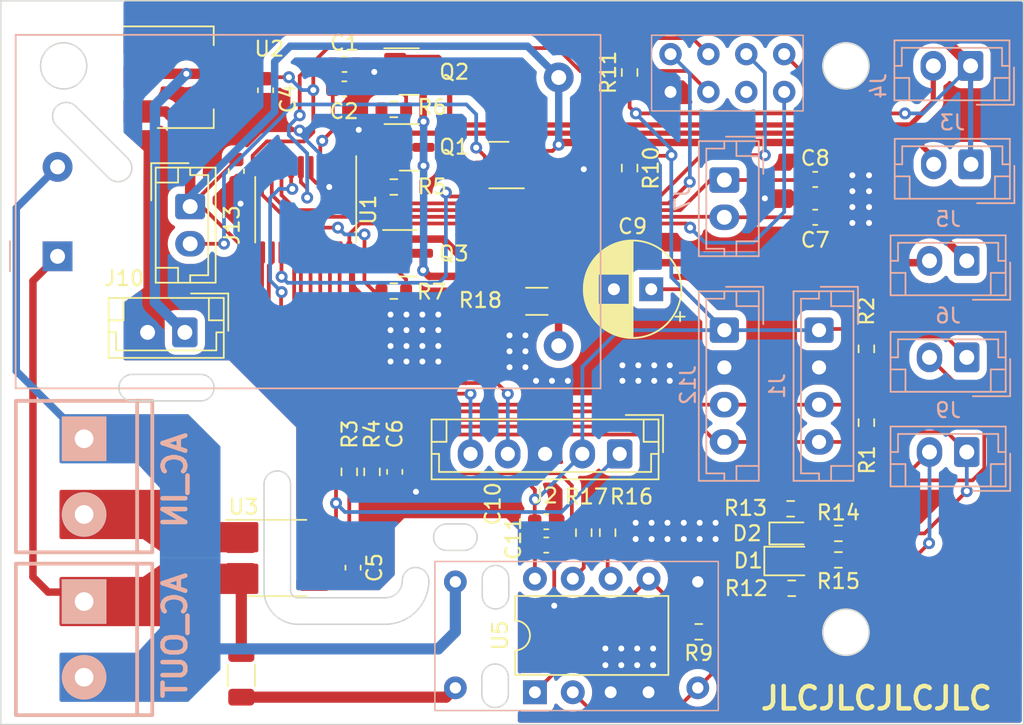
<source format=kicad_pcb>
(kicad_pcb (version 20221018) (generator pcbnew)
  (title_block (title "ESPIOT") (date "2024-04-24") (rev "3") (company "Emanuele Sormani"))
  (layers (0 "F.Cu" signal) (31 "B.Cu" signal) (34 "B.Paste" user) (35 "F.Paste" user) (36 "B.SilkS" user "B.Silkscreen") (37 "F.SilkS" user "F.Silkscreen") (38 "B.Mask" user) (39 "F.Mask" user) (44 "Edge.Cuts" user))
  (net 0 "")
  (net 1 "+3V3")
  (net 2 "GND")
  (net 3 "+5V")
  (net 4 "Net-(U3-FILTER)")
  (net 5 "ADC3")
  (net 6 "ADC2")
  (net 7 "ADC1")
  (net 8 "Net-(D1-A)")
  (net 9 "Net-(D2-A)")
  (net 10 "SCL")
  (net 11 "SDA")
  (net 12 "Net-(J3-Pin_2)")
  (net 13 "Net-(J4-Pin_2)")
  (net 14 "Net-(J5-Pin_2)")
  (net 15 "WKUP")
  (net 16 "Net-(J8-Pin_2)")
  (net 17 "LED2")
  (net 18 "LED1")
  (net 19 "Net-(Q1-G)")
  (net 20 "Net-(Q2-G)")
  (net 21 "Net-(Q3-G)")
  (net 22 "Net-(U3-VIOUT)")
  (net 23 "IO1")
  (net 24 "IO2")
  (net 25 "IO3")
  (net 26 "Net-(R8-Pad1)")
  (net 27 "Net-(U5A--)")
  (net 28 "Net-(U5B-+)")
  (net 29 "ESPNRST")
  (net 30 "Net-(U4-EN)")
  (net 31 "Net-(U5B--)")
  (net 32 "ADC4")
  (net 33 "ESPTX")
  (net 34 "ESPRX")
  (net 36 "STMNRST")
  (net 37 "SWCLK")
  (net 38 "SWDIO")
  (net 39 "AC2")
  (net 40 "AC1")
  (net 41 "Net-(J13-Pin_2)")
  (net 42 "GNDPWR")
  (footprint "Capacitor_SMD:C_0603_1608Metric" (layer "F.Cu") (at 138.574287 77.3938)
    (fp_text reference "C2")
    (fp_text value "4.7uF" hide)
  )
  (footprint "Capacitor_THT:CP_Radial_D6.3mm_P2.50mm" (layer "F.Cu") (at 159.148287 90.8304 180)
    (fp_text reference "C9")
    (fp_text value "220µF" hide)
  )
  (footprint "Package_TO_SOT_SMD:SOT-23" (layer "F.Cu") (at 148.937487 82.4992 180)
    (fp_text reference "Q4" hide)
    (fp_text value "AO3416" hide)
  )
  (footprint "Resistor_SMD:R_0603_1608Metric" (layer "F.Cu") (at 162.336487 113.8174 180)
    (fp_text reference "R9")
    (fp_text value "500R" hide)
  )
  (footprint "Capacitor_SMD:C_0603_1608Metric" (layer "F.Cu") (at 139.158487 109.5124 -90)
    (fp_text reference "C5")
    (fp_text value "1nF" hide)
  )
  (footprint "Resistor_SMD:R_0603_1608Metric" (layer "F.Cu") (at 154.627087 107.1626 90)
    (fp_text reference "R17")
    (fp_text value "1K" hide)
  )
  (footprint "Package_TO_SOT_SMD:SOT-23" (layer "F.Cu") (at 142.919987 76.2254)
    (fp_text reference "Q2")
    (fp_text value "AO3416" hide)
  )
  (footprint "Package_TO_SOT_SMD:SOT-23" (layer "F.Cu") (at 142.841487 88.4174)
    (fp_text reference "Q3")
    (fp_text value "AO3416" hide)
  )
  (footprint "Resistor_SMD:R_0603_1608Metric" (layer "F.Cu") (at 156.227287 107.1626 90)
    (fp_text reference "R16")
    (fp_text value "1K" hide)
  )
  (footprint "Capacitor_SMD:C_0603_1608Metric" (layer "F.Cu") (at 133.291087 77.483 -90)
    (fp_text reference "C4")
    (fp_text value "10uF" hide)
  )
  (footprint "Capacitor_SMD:C_0603_1608Metric" (layer "F.Cu") (at 141.952487 103.0862 -90)
    (fp_text reference "C6")
    (fp_text value "100nF" hide)
  )
  (footprint "LED_SMD:LED_0805_2012Metric" (layer "F.Cu") (at 168.416987 109.0676)
    (fp_text reference "D1")
    (fp_text value "LED" hide)
  )
  (footprint "Package_SO:SOIC-8_3.9x4.9mm_P1.27mm" (layer "F.Cu") (at 134.078487 108.8644)
    (fp_text reference "U3")
    (fp_text value "ACS712xLCTR-20A" hide)
  )
  (footprint "Resistor_SMD:R_0603_1608Metric" (layer "F.Cu") (at 141.889487 83.9724)
    (fp_text reference "R5")
    (fp_text value "1K" hide)
  )
  (footprint "Resistor_SMD:R_1206_3216Metric" (layer "F.Cu") (at 151.477487 91.6432 180)
    (fp_text reference "R18")
    (fp_text value "0R")
  )
  (footprint "LED_SMD:LED_0603_1608Metric" (layer "F.Cu") (at 168.558487 107.2134)
    (fp_text reference "D2")
    (fp_text value "LED" hide)
  )
  (footprint "Resistor_SMD:R_0603_1608Metric" (layer "F.Cu") (at 173.575487 99.7834 -90)
    (fp_text reference "R1")
    (fp_text value "4K7" hide)
  )
  (footprint "Resistor_SMD:R_0603_1608Metric" (layer "F.Cu") (at 157.700487 76.2884 90)
    (fp_text reference "R11")
    (fp_text value "4K7" hide)
  )
  (footprint "Package_TO_SOT_SMD:SOT-223-3_TabPin2" (layer "F.Cu") (at 127.906287 76.6064)
    (fp_text reference "U2")
    (fp_text value "AMS1117-3.3" hide)
  )
  (footprint "Capacitor_SMD:C_0603_1608Metric" (layer "F.Cu") (at 152.112487 107.9962)
    (fp_text reference "C11")
    (fp_text value "1µF" hide)
  )
  (footprint "Resistor_SMD:R_0603_1608Metric" (layer "F.Cu") (at 173.575487 94.8304 -90)
    (fp_text reference "R2")
    (fp_text value "4K7" hide)
  )
  (footprint "Connector_JST:JST_EH_B5B-EH-A_1x05_P2.50mm_Vertical" (layer "F.Cu") (at 157.032487 101.8794 180)
    (fp_text reference "J2")
    (fp_text value "PWR_SWD" hide)
  )
  (footprint "Resistor_SMD:R_0603_1608Metric" (layer "F.Cu") (at 168.571687 110.8964 180)
    (fp_text reference "R12")
    (fp_text value "10K" hide)
  )
  (footprint "Resistor_SMD:R_1206_3216Metric" (layer "F.Cu") (at 131.665487 116.7384 90)
    (fp_text reference "R8" hide)
    (fp_text value "250K" hide)
  )
  (footprint "Resistor_SMD:R_0603_1608Metric" (layer "F.Cu") (at 171.695987 107.2134 180)
    (fp_text reference "R14")
    (fp_text value "470R" hide)
  )
  (footprint "Capacitor_SMD:C_0603_1608Metric" (layer "F.Cu") (at 170.146487 83.4644)
    (fp_text reference "C8")
    (fp_text value "100nF" hide)
  )
  (footprint "Connector_JST:JST_EH_B2B-EH-A_1x02_P2.50mm_Vertical" (layer "F.Cu") (at 127.880887 93.726 180)
    (fp_text reference "J10")
    (fp_text value "3V3" hide)
  )
  (footprint "Capacitor_SMD:C_0603_1608Metric" (layer "F.Cu") (at 138.587287 75.7428)
    (fp_text reference "C1")
    (fp_text value "100nF" hide)
  )
  (footprint "Package_DIP:DIP-8_W7.62mm" (layer "F.Cu") (at 151.350487 117.8714 90)
    (fp_text reference "U5")
    (fp_text value "LM358" hide)
  )
  (footprint "Resistor_SMD:R_0603_1608Metric" (layer "F.Cu") (at 168.495487 105.5624 180)
    (fp_text reference "R13")
    (fp_text value "10K" hide)
  )
  (footprint "Resistor_SMD:R_0603_1608Metric" (layer "F.Cu") (at 140.428487 103.0864 -90)
    (fp_text reference "R4")
    (fp_text value "27K" hide)
  )
  (footprint "Package_TO_SOT_SMD:SOT-23" (layer "F.Cu") (at 142.938487 81.3104)
    (fp_text reference "Q1")
    (fp_text value "AO3416" hide)
  )
  (footprint "Resistor_SMD:R_0603_1608Metric" (layer "F.Cu") (at 157.700487 82.7024 -90)
    (fp_text reference "R10")
    (fp_text value "4K7" hide)
  )
  (footprint "Resistor_SMD:R_0603_1608Metric" (layer "F.Cu") (at 171.695987 108.9914 180)
    (fp_text reference "R15")
    (fp_text value "470R" hide)
  )
  (footprint "Connector_JST:JST_EH_B2B-EH-A_1x02_P2.50mm_Vertical" (layer "F.Cu") (at 128.236487 85.2824 -90)
    (fp_text reference "J13")
    (fp_text value "5V" hide)
  )
  (footprint "Capacitor_SMD:C_0603_1608Metric" (layer "F.Cu") (at 170.146487 86.0044)
    (fp_text reference "C7")
    (fp_text value "100nF" hide)
  )
  (footprint "Resistor_SMD:R_0603_1608Metric" (layer "F.Cu") (at 141.889487 78.7654)
    (fp_text reference "R6")
    (fp_text value "1K" hide)
  )
  (footprint "Package_SO:TSSOP-20_4.4x6.5mm_P0.65mm" (layer "F.Cu") (at 135.983487 85.4964 -90)
    (fp_text reference "U1")
    (fp_text value "STM32G030F6Px" hide)
  )
  (footprint "Capacitor_SMD:C_0603_1608Metric" (layer "F.Cu") (at 131.335287 82.9056 -90)
    (fp_text reference "C3" hide)
    (fp_text value "10uF" hide)
  )
  (footprint "Capacitor_SMD:C_0603_1608Metric" (layer "F.Cu") (at 152.112487 106.426)
    (fp_text reference "C10")
    (fp_text value "100nF" hide)
  )
  (footprint "Resistor_SMD:R_0603_1608Metric" (layer "F.Cu") (at 138.904487 103.0854 90)
    (fp_text reference "R3")
    (fp_text value "10K" hide)
  )
  (footprint "Resistor_SMD:R_0603_1608Metric" (layer "F.Cu") (at 141.889487 90.9574)
    (fp_text reference "R7")
    (fp_text value "1K" hide)
  )
  (footprint "power_symbols:esp-01s" (layer "B.Cu") (at 164.253687 78.867)
    (fp_text reference "U4" hide)
    (fp_text value "ESP8266-01_ESP-01" hide)
  )
  (footprint "Connector_JST:JST_EH_B2B-EH-A_1x02_P2.50mm_Vertical" (layer "B.Cu") (at 180.306487 95.4024 180)
    (fp_text reference "J6")
    (fp_text value "WKUP" hide)
  )
  (footprint "w_conn_screw:mors_2p" (layer "B.Cu") (at 121.124487 114.3254 -90)
    (fp_text reference "J11" hide)
    (fp_text value "AC_OUT")
  )
  (footprint "w_conn_screw:mors_2p" (layer "B.Cu") (at 121.124487 103.4034 -90)
    (fp_text reference "J8" hide)
    (fp_text value "AC_IN")
  )
  (footprint "Connector_JST:JST_EH_B4B-EH-A_1x04_P2.50mm_Vertical" (layer "B.Cu") (at 170.400487 93.5774 -90)
    (fp_text reference "J1")
    (fp_text value "I2C1" hide)
  )
  (footprint "Converter_ACDC:Converter_ACDC_HiLink_HLK-5Mxx" (layer "B.Cu") (at 119.346487 88.6234)
    (fp_text reference "PS1" hide)
    (fp_text value "HLK-5M05" hide)
  )
  (footprint "Connector_JST:JST_EH_B2B-EH-A_1x02_P2.50mm_Vertical" (layer "B.Cu") (at 180.306487 88.9254 180)
    (fp_text reference "J5")
    (fp_text value "SW3" hide)
  )
  (footprint "Connector_JST:JST_EH_B2B-EH-A_1x02_P2.50mm_Vertical" (layer "B.Cu") (at 180.306487 101.7524 180)
    (fp_text reference "J9")
    (fp_text value "LED_IO" hide)
  )
  (footprint "Connector_JST:JST_EH_B2B-EH-A_1x02_P2.50mm_Vertical" (layer "B.Cu") (at 180.560487 75.8444 180)
    (fp_text reference "J4")
    (fp_text value "SW2" hide)
  )
  (footprint "Connector_JST:JST_EH_B2B-EH-A_1x02_P2.50mm_Vertical" (layer "B.Cu") (at 180.585887 82.4484 180)
    (fp_text reference "J3")
    (fp_text value "SW1" hide)
  )
  (footprint "power_symbols:ZMPT107" (layer "B.Cu") (at 144.746487 119.0984)
    (fp_text reference "T1" hide)
    (fp_text value "~" hide)
  )
  (footprint "Connector_JST:JST_EH_B2B-EH-A_1x02_P2.50mm_Vertical" (layer "B.Cu") (at 164.050487 83.5044 -90)
    (fp_text reference "J7")
    (fp_text value "ADC" hide)
  )
  (footprint "Connector_JST:JST_EH_B4B-EH-A_1x04_P2.50mm_Vertical" (layer "B.Cu") (at 164.050487 93.5774 -90)
    (fp_text reference "J12")
    (fp_text value "I2C2" hide)
  )
  (gr_rect (start 115.536487 71.4756) (end 184.116487 120.0404) (stroke (width 0.1)) (fill none) (layer "Edge.Cuts"))
  (gr_arc (start 147.794487 116.8654) (mid 148.683487 115.9764) (end 149.572487 116.8654) (stroke (width 0.1)) (layer "Edge.Cuts"))
  (gr_circle (center 119.753487 75.8444) (end 121.303487 75.8444) (stroke (width 0.1)) (fill none) (layer "Edge.Cuts"))
  (gr_arc (start 135.475487 113.3094) (mid 133.859041 112.639846) (end 133.189487 111.0234) (stroke (width 0.1)) (layer "Edge.Cuts"))
  (gr_line (start 145.444987 106.5784) (end 146.587987 106.5784) (stroke (width 0.1)) (layer "Edge.Cuts"))
  (gr_line (start 133.189487 103.9114) (end 133.189487 111.0234) (stroke (width 0.1)) (layer "Edge.Cuts"))
  (gr_line (start 122.763906 83.351219) (end 119.270287 79.8576) (stroke (width 0.1)) (layer "Edge.Cuts"))
  (gr_line (start 149.597887 110.2487) (end 149.597887 111.3917) (stroke (width 0.1)) (layer "Edge.Cuts"))
  (gr_arc (start 128.947687 96.5454) (mid 129.836687 97.4344) (end 128.947687 98.3234) (stroke (width 0.1)) (layer "Edge.Cuts"))
  (gr_line (start 141.317487 111.5314) (end 135.475487 111.5314) (stroke (width 0.1)) (layer "Edge.Cuts"))
  (gr_line (start 145.444987 108.3564) (end 146.587987 108.3564) (stroke (width 0.1)) (layer "Edge.Cuts"))
  (gr_line (start 134.967487 111.0234) (end 134.967487 103.9114) (stroke (width 0.1)) (layer "Edge.Cuts"))
  (gr_arc (start 145.444987 108.3564) (mid 144.555987 107.4674) (end 145.444987 106.5784) (stroke (width 0.1)) (layer "Edge.Cuts"))
  (gr_arc (start 142.460487 110.3884) (mid 142.12571 111.196623) (end 141.317487 111.5314) (stroke (width 0.1)) (layer "Edge.Cuts"))
  (gr_circle (center 172.204487 75.8444) (end 173.754487 75.8444) (stroke (width 0.1)) (fill none) (layer "Edge.Cuts"))
  (gr_arc (start 124.061544 82.053581) (mid 124.061544 83.351219) (end 122.763906 83.351219) (stroke (width 0.1)) (layer "Edge.Cuts"))
  (gr_arc (start 142.460487 110.3884) (mid 143.349487 109.4994) (end 144.238487 110.3884) (stroke (width 0.1)) (layer "Edge.Cuts"))
  (gr_line (start 135.475487 113.3094) (end 141.317487 113.3094) (stroke (width 0.1)) (layer "Edge.Cuts"))
  (gr_arc (start 133.189487 103.9114) (mid 134.078487 103.0224) (end 134.967487 103.9114) (stroke (width 0.1)) (layer "Edge.Cuts"))
  (gr_arc (start 144.238487 110.3884) (mid 143.382946 112.453859) (end 141.317487 113.3094) (stroke (width 0.1)) (layer "Edge.Cuts"))
  (gr_arc (start 119.272525 79.8576) (mid 119.272525 78.559962) (end 120.570163 78.559962) (stroke (width 0.1)) (layer "Edge.Cuts"))
  (gr_line (start 147.819887 110.2487) (end 147.819887 111.3917) (stroke (width 0.1)) (layer "Edge.Cuts"))
  (gr_line (start 149.572487 116.8654) (end 149.572487 118.0084) (stroke (width 0.1)) (layer "Edge.Cuts"))
  (gr_line (start 120.570163 78.559962) (end 124.063782 82.053581) (stroke (width 0.1)) (layer "Edge.Cuts"))
  (gr_line (start 124.350287 98.3234) (end 128.947687 98.3234) (stroke (width 0.1)) (layer "Edge.Cuts"))
  (gr_circle (center 172.204487 113.8428) (end 173.754487 113.8428) (stroke (width 0.1)) (fill none) (layer "Edge.Cuts"))
  (gr_line (start 124.350287 96.5454) (end 128.947687 96.5454) (stroke (width 0.1)) (layer "Edge.Cuts"))
  (gr_arc (start 147.819887 110.2487) (mid 148.708887 109.3597) (end 149.597887 110.2487) (stroke (width 0.1)) (layer "Edge.Cuts"))
  (gr_arc (start 146.587987 106.5784) (mid 147.476987 107.4674) (end 146.587987 108.3564) (stroke (width 0.1)) (layer "Edge.Cuts"))
  (gr_arc (start 124.350287 98.3234) (mid 123.461287 97.4344) (end 124.350287 96.5454) (stroke (width 0.1)) (layer "Edge.Cuts"))
  (gr_arc (start 135.475487 111.5314) (mid 135.116277 111.38261) (end 134.967487 111.0234) (stroke (width 0.1)) (layer "Edge.Cuts"))
  (gr_arc (start 149.597887 111.3917) (mid 148.708887 112.2807) (end 147.819887 111.3917) (stroke (width 0.1)) (layer "Edge.Cuts"))
  (gr_arc (start 149.572487 118.0084) (mid 148.683487 118.8974) (end 147.794487 118.0084) (stroke (width 0.1)) (layer "Edge.Cuts"))
  (gr_line (start 147.794487 116.8654) (end 147.794487 118.0084) (stroke (width 0.1)) (layer "Edge.Cuts"))
  (gr_text "JLCJLCJLCJLC" (at 166.336487 119.1514) (layer "F.SilkS") (effects (font (size 1.5 1.5) (thickness 0.3) bold) (justify left bottom)))
  (segment (start 171.076887 79.0354) (end 170.273487 78.232) (width 0.25) (layer "F.Cu") (net 1))
  (segment (start 157.700487 78.6163) (end 158.119587 79.0354) (width 0.25) (layer "F.Cu") (net 1))
  (segment (start 137.812287 75.7428) (end 137.812287 77.3808) (width 0.25) (layer "F.Cu") (net 1))
  (segment (start 136.491487 77.47) (end 136.491487 76.2508) (width 0.25) (layer "F.Cu") (net 1))
  (segment (start 170.480487 93.4974) (end 170.400487 93.5774) (width 0.25) (layer "F.Cu") (net 1))
  (segment (start 173.575487 94.0054) (end 174.375487 94.8054) (width 0.25) (layer "F.Cu") (net 1))
  (segment (start 136.491487 76.2508) (end 136.999487 75.7428) (width 0.25) (layer "F.Cu") (net 1))
  (segment (start 127.982487 76.3778) (end 124.984887 76.3778) (width 0.7) (layer "F.Cu") (net 1))
  (segment (start 151.350487 104.2924) (end 151.350487 104.9274) (width 0.25) (layer "F.Cu") (net 1))
  (segment (start 138.494283 103.0732) (end 141.455435 103.0732) (width 0.25) (layer "F.Cu") (net 1))
  (segment (start 159.148287 90.8304) (end 161.303487 90.8304) (width 0.25) (layer "F.Cu") (net 1))
  (segment (start 136.999487 75.7428) (end 137.812287 75.7428) (width 0.25) (layer "F.Cu") (net 1))
  (segment (start 142.449539 103.0732) (end 144.033891 103.0732) (width 0.25) (layer "F.Cu") (net 1))
  (segment (start 151.337487 104.9404) (end 151.350487 104.9274) (width 0.25) (layer "F.Cu") (net 1))
  (segment (start 131.869087 76.708) (end 133.291087 76.708) (width 0.7) (layer "F.Cu") (net 1))
  (segment (start 174.375487 98.1584) (end 173.575487 98.9584) (width 0.25) (layer "F.Cu") (net 1))
  (segment (start 176.162479 79.0354) (end 171.076887 79.0354) (width 0.25) (layer "F.Cu") (net 1))
  (segment (start 177.614087 72.898) (end 133.113287 72.898) (width 0.7) (layer "F.Cu") (net 1))
  (segment (start 160.506087 81.8354) (end 160.464087 81.8774) (width 0.25) (layer "F.Cu") (net 1))
  (segment (start 138.104487 100.449984) (end 138.104487 102.683404) (width 0.25) (layer "F.Cu") (net 1))
  (segment (start 135.877392 80.9128) (end 133.378887 80.9128) (width 0.25) (layer "F.Cu") (net 1))
  (segment (start 136.491487 77.47) (end 136.491487 80.298705) (width 0.25) (layer "F.Cu") (net 1))
  (segment (start 168.063687 75.057) (end 170.273487 77.2668) (width 0.25) (layer "F.Cu") (net 1))
  (segment (start 150.687487 103.6294) (end 151.350487 104.2924) (width 0.25) (layer "F.Cu") (net 1))
  (segment (start 151.337487 106.426) (end 151.337487 104.9404) (width 0.25) (layer "F.Cu") (net 1))
  (segment (start 142.436539 103.0862) (end 142.449539 103.0732) (width 0.25) (layer "F.Cu") (net 1))
  (segment (start 173.575487 94.0054) (end 173.067487 93.4974) (width 0.25) (layer "F.Cu") (net 1))
  (segment (start 137.089487 80.869927) (end 136.958487 81.000927) (width 0.25) (layer "F.Cu") (net 1))
  (segment (start 124.984887 76.3778) (end 124.756287 76.6064) (width 0.7) (layer "F.Cu") (net 1))
  (segment (start 137.799287 80.160127) (end 137.089487 80.869927) (width 0.25) (layer "F.Cu") (net 1))
  (segment (start 173.067487 93.4974) (end 170.480487 93.4974) (width 0.25) (layer "F.Cu") (net 1))
  (segment (start 144.033891 103.0732) (end 144.590091 103.6294) (width 0.25) (layer "F.Cu") (net 1))
  (segment (start 141.468435 103.0862) (end 142.436539 103.0862) (width 0.25) (layer "F.Cu") (net 1))
  (segment (start 136.491487 80.298705) (end 135.877392 80.9128) (width 0.25) (layer "F.Cu") (net 1))
  (segment (start 161.303487 90.8304) (end 164.050487 93.5774) (width 0.25) (layer "F.Cu") (net 1))
  (segment (start 132.427487 81.8642) (end 132.427487 94.7674) (width 0.25) (layer "F.Cu") (net 1))
  (segment (start 136.958487 81.896401) (end 136.958487 82.6339) (width 0.25) (layer "F.Cu") (net 1))
  (segment (start 127.982487 76.3778) (end 130.827687 76.3778) (width 0.7) (layer "F.Cu") (net 1))
  (segment (start 130.980087 77.597) (end 131.869087 76.708) (width 0.7) (layer "F.Cu") (net 1))
  (segment (start 180.306487 95.4024) (end 178.909487 94.0054) (width 0.25) (layer "F.Cu") (net 1))
  (segment (start 134.85674 76.6064) (end 133.392687 76.6064) (width 0.25) (layer "F.Cu") (net 1))
  (segment (start 170.273487 77.2668) (end 170.273487 78.232) (width 0.25) (layer "F.Cu") (net 1))
  (segment (start 160.464087 81.8774) (end 157.700487 81.8774) (width 0.25) (layer "F.Cu") (net 1))
  (segment (start 174.375487 94.8054) (end 174.375487 98.1584) (width 0.25) (layer "F.Cu") (net 1))
  (segment (start 137.812287 77.3808) (end 137.799287 77.3938) (width 0.25) (layer "F.Cu") (net 1))
  (segment (start 137.799287 77.3938) (end 137.799287 80.160127) (width 0.25) (layer "F.Cu") (net 1))
  (segment (start 144.590091 103.6294) (end 150.687487 103.6294) (width 0.25) (layer "F.Cu") (net 1))
  (segment (start 158.119587 79.0354) (end 169.470087 79.0354) (width 0.25) (layer "F.Cu") (net 1))
  (segment (start 132.427487 94.7674) (end 132.608487 94.9484) (width 0.25) (layer "F.Cu") (net 1))
  (segment (start 132.608487 94.953984) (end 138.104487 100.449984) (width 0.25) (layer "F.Cu") (net 1))
  (segment (start 133.113287 72.898) (end 130.980087 75.0312) (width 0.7) (layer "F.Cu") (net 1))
  (segment (start 151.337487 106.426) (end 151.337487 107.9962) (width 0.25) (layer "F.Cu") (net 1))
  (segment (start 151.350487 108.0092) (end 151.337487 107.9962) (width 0.25) (layer "F.Cu") (net 1))
  (segment (start 157.700487 77.1134) (end 157.700487 78.6163) (width 0.25) (layer "F.Cu") (net 1))
  (segment (start 180.560487 75.8444) (end 177.614087 72.898) (width 0.7) (layer "F.Cu") (net 1))
  (segment (start 178.909487 94.0054) (end 173.575487 94.0054) (width 0.25) (layer "F.Cu") (net 1))
  (segment (start 169.470087 79.0354) (end 170.273487 78.232) (width 0.25) (layer "F.Cu") (net 1))
  (segment (start 132.608487 94.9484) (end 132.608487 94.953984) (width 0.25) (layer "F.Cu") (net 1))
  (segment (start 130.827687 76.3778) (end 131.056287 76.6064) (width 0.7) (layer "F.Cu") (net 1))
  (segment (start 130.980087 75.0312) (end 130.980087 77.597) (width 0.7) (layer "F.Cu") (net 1))
  (segment (start 141.455435 103.0732) (end 141.468435 103.0862) (width 0.25) (layer "F.Cu") (net 1))
  (segment (start 138.104487 102.683404) (end 138.494283 103.0732) (width 0.25) (layer "F.Cu") (net 1))
  (segment (start 133.392687 76.6064) (end 133.291087 76.708) (width 0.25) (layer "F.Cu") (net 1))
  (segment (start 133.378887 80.9128) (end 132.427487 81.8642) (width 0.25) (layer "F.Cu") (net 1))
  (segment (start 136.958487 81.000927) (end 136.958487 82.6339) (width 0.25) (layer "F.Cu") (net 1))
  (segment (start 151.350487 110.2514) (end 151.350487 108.0092) (width 0.25) (layer "F.Cu") (net 1))
  (segment (start 180.393487 82.1544) (end 180.393487 82.3214) (width 0.35) (layer "F.Cu") (net 1))
  (via (at 136.491487 77.47) (size 0.8) (drill 0.4) (layers "F.Cu" "B.Cu") (net 1))
  (via (at 176.162479 79.0354) (size 0.8) (drill 0.4) (layers "F.Cu" "B.Cu") (net 1))
  (via (at 160.506087 81.8354) (size 0.8) (drill 0.4) (layers "F.Cu" "B.Cu") (net 1))
  (via (at 151.350487 104.9274) (size 0.8) (drill 0.4) (layers "F.Cu" "B.Cu") (net 1))
  (via (at 134.85674 76.6064) (size 0.8) (drill 0.4) (layers "F.Cu" "B.Cu") (net 1))
  (via (at 137.089487 80.869927) (size 0.8) (drill 0.4) (layers "F.Cu" "B.Cu") (net 1))
  (via (at 127.982487 76.3778) (size 0.8) (drill 0.4) (layers "F.Cu" "B.Cu") (net 1))
  (via (at 158.119587 79.0354) (size 0.8) (drill 0.4) (layers "F.Cu" "B.Cu") (net 1))
  (segment (start 154.532487 96.0444) (end 154.532487 101.8794) (width 0.25) (layer "B.Cu") (net 1))
  (segment (start 137.089487 80.869927) (end 137.126487 80.832927) (width 0.25) (layer "B.Cu") (net 1))
  (segment (start 158.119587 79.0354) (end 158.119587 79.0575) (width 0.25) (layer "B.Cu") (net 1))
  (segment (start 156.985487 93.5774) (end 154.525487 96.0374) (width 0.25) (layer "B.Cu") (net 1))
  (segment (start 180.560487 82.423) (end 180.585887 82.4484) (width 0.75) (layer "B.Cu") (net 1))
  (segment (start 180.433487 75.9714) (end 180.560487 75.8444) (width 0.25) (layer "B.Cu") (net 1))
  (segment (start 135.72034 77.47) (end 134.85674 76.6064) (width 0.25) (layer "B.Cu") (net 1))
  (segment (start 158.119587 79.0575) (end 160.506087 81.444) (width 0.25) (layer "B.Cu") (net 1))
  (segment (start 160.506087 81.444) (end 160.506087 81.8354) (width 0.25) (layer "B.Cu") (net 1))
  (segment (start 176.162479 79.0354) (end 177.369487 79.0354) (width 0.25) (layer "B.Cu") (net 1))
  (segment (start 164.050487 93.5774) (end 156.985487 93.5774) (width 0.25) (layer "B.Cu") (net 1))
  (segment (start 160.494487 90.0214) (end 164.050487 93.5774) (width 0.25) (layer "B.Cu") (net 1))
  (segment (start 180.560487 75.8444) (end 180.560487 82.423) (width 0.35) (layer "B.Cu") (net 1))
  (segment (start 151.350487 104.9274) (end 151.484487 104.9274) (width 0.25) (layer "B.Cu") (net 1))
  (segment (start 125.874287 91.7194) (end 127.880887 93.726) (width 0.7) (layer "B.Cu") (net 1))
  (segment (start 136.491487 77.47) (end 135.72034 77.47) (width 0.25) (layer "B.Cu") (net 1))
  (segment (start 177.369487 79.0354) (end 180.560487 75.8444) (width 0.25) (layer "B.Cu") (net 1))
  (segment (start 170.400487 93.5774) (end 164.050487 93.5774) (width 0.25) (layer "B.Cu") (net 1))
  (segment (start 125.874287 78.486) (end 125.874287 91.7194) (width 0.7) (layer "B.Cu") (net 1))
  (segment (start 160.494487 81.847) (end 160.494487 90.0214) (width 0.25) (layer "B.Cu") (net 1))
  (segment (start 160.506087 81.8354) (end 160.494487 81.847) (width 0.25) (layer "B.Cu") (net 1))
  (segment (start 127.982487 76.3778) (end 125.874287 78.486) (width 0.7) (layer "B.Cu") (net 1))
  (segment (start 151.484487 104.9274) (end 154.532487 101.8794) (width 0.25) (layer "B.Cu") (net 1))
  (segment (start 154.525487 96.0374) (end 154.532487 96.0444) (width 0.25) (layer "B.Cu") (net 1))
  (segment (start 152.887487 107.9962) (end 152.887487 106.426) (width 0.25) (layer "F.Cu") (net 2))
  (segment (start 140.428487 109.0174) (end 139.158487 110.2874) (width 0.25) (layer "F.Cu") (net 2))
  (segment (start 152.645887 108.2378) (end 152.887487 107.9962) (width 0.25) (layer "F.Cu") (net 2))
  (segment (start 162.452487 110.6424) (end 162.272487 110.4624) (width 0.25) (layer "F.Cu") (net 2))
  (segment (start 140.428487 103.9114) (end 140.428487 109.0174) (width 0.25) (layer "F.Cu") (net 2))
  (segment (start 141.939487 103.9114) (end 141.952487 103.9244) (width 0.25) (layer "F.Cu") (net 2))
  (segment (start 156.430487 117.8714) (end 158.970487 117.8714) (width 0.25) (layer "F.Cu") (net 2))
  (segment (start 170.400487 96.0774) (end 164.050487 96.0774) (width 0.25) (layer "F.Cu") (net 2))
  (segment (start 136.308487 83.325212) (end 136.308487 82.6339) (width 0.25) (layer "F.Cu") (net 2))
  (segment (start 140.428487 103.9114) (end 141.939487 103.9114) (width 0.25) (layer "F.Cu") (net 2))
  (segment (start 138.676487 110.7694) (end 139.158487 110.2874) (width 0.25) (layer "F.Cu") (net 2))
  (segment (start 136.679675 83.6964) (end 136.308487 83.325212) (width 0.25) (layer "F.Cu") (net 2))
  (segment (start 167.670487 107.1129) (end 167.770987 107.2134) (width 0.25) (layer "F.Cu") (net 2))
  (segment (start 137.561918 83.9714) (end 137.286918 83.6964) (width 0.25) (layer "F.Cu") (net 2))
  (segment (start 136.553487 110.7694) (end 138.676487 110.7694) (width 0.25) (layer "F.Cu") (net 2))
  (segment (start 152.645887 112.0648) (end 152.645887 108.2378) (width 0.25) (layer "F.Cu") (net 2))
  (segment (start 137.286918 83.6964) (end 136.679675 83.6964) (width 0.25) (layer "F.Cu") (net 2))
  (segment (start 152.032487 102.1428) (end 152.032487 101.8794) (width 0.25) (layer "F.Cu") (net 2))
  (via (at 144.873487 95.6818) (size 0.8) (drill 0.4) (layers "F.Cu" "B.Cu") (net 2))
  (via (at 149.648687 94.996) (size 0.8) (drill 0.4) (layers "F.Cu" "B.Cu") (net 2))
  (via (at 142.739887 94.6404) (size 0.8) (drill 0.4) (layers "F.Cu" "B.Cu") (net 2))
  (via (at 137.561918 83.9714) (size 0.8) (drill 0.4) (layers "F.Cu" "B.Cu") (net 2))
  (via (at 143.374887 104.4194) (size 0.8) (drill 0.4) (layers "F.Cu" "B.Cu") (net 2))
  (via (at 141.673087 92.5322) (size 0.8) (drill 0.4) (layers "F.Cu" "B.Cu") (net 2))
  (via (at 149.648687 93.9292) (size 0.8) (drill 0.4) (layers "F.Cu" "B.Cu") (net 2))
  (via (at 161.332687 107.5944) (size 0.8) (drill 0.4) (layers "F.Cu" "B.Cu") (net 2))
  (via (at 158.284687 96.9772) (size 0.8) (drill 0.4) (layers "F.Cu" "B.Cu") (net 2))
  (via (at 172.635687 86.3854) (size 0.8) (drill 0.4) (layers "F.Cu" "B.Cu") (net 2))
  (via (at 143.806687 95.6818) (size 0.8) (drill 0.4) (layers "F.Cu" "B.Cu") (net 2))
  (via (at 141.673087 95.6818) (size 0.8) (drill 0.4) (layers "F.Cu" "B.Cu") (net 2))
  (via (at 158.106887 106.5022) (size 0.8) (drill 0.4) (layers "F.Cu" "B.Cu") (net 2))
  (via (at 151.426687 96.9772) (size 0.8) (drill 0.4) (layers "F.Cu" "B.Cu") (net 2))
  (via (at 150.715487 96.0628) (size 0.8) (drill 0.4) (layers "F.Cu" "B.Cu") (net 2))
  (via (at 173.753287 84.2518) (size 0.8) (drill 0.4) (layers "F.Cu" "B.Cu") (net 2))
  (via (at 143.806687 92.5322) (size 0.8) (drill 0.4) (layers "F.Cu" "B.Cu") (net 2))
  (via (at 141.673087 94.6404) (size 0.8) (drill 0.4) (layers "F.Cu" "B.Cu") (net 2))
  (via (at 172.635687 85.3186) (size 0.8) (drill 0.4) (layers "F.Cu" "B.Cu") (net 2))
  (via (at 152.645887 112.0648) (size 0.8) (drill 0.4) (layers "F.Cu" "B.Cu") (net 2))
  (via (at 142.739887 92.5322) (size 0.8) (drill 0.4) (layers "F.Cu" "B.Cu") (net 2))
  (via (at 158.208487 114.935) (size 0.8) (drill 0.4) (layers "F.Cu" "B.Cu") (net 2))
  (via (at 158.208487 116.0526) (size 0.8) (drill 0.4) (layers "F.Cu" "B.Cu") (net 2))
  (via (at 159.275287 116.0526) (size 0.8) (drill 0.4) (layers "F.Cu" "B.Cu") (net 2))
  (via (at 163.466287 106.5022) (size 0.8) (drill 0.4) (layers "F.Cu" "B.Cu") (net 2))
  (via (at 144.873487 93.5736) (size 0.8) (drill 0.4) (layers "F.Cu" "B.Cu") (net 2))
  (via (at 152.493487 96.9772) (size 0.8) (drill 0.4) (layers "F.Cu" "B.Cu") (net 2))
  (via (at 157.217887 95.9358) (size 0.8) (drill 0.4) (layers "F.Cu" "B.Cu") (net 2))
  (via (at 159.173687 107.5944) (size 0.8) (drill 0.4) (layers "F.Cu" "B.Cu") (net 2))
  (via (at 159.351487 95.9358) (size 0.8) (drill 0.4) (layers "F.Cu" "B.Cu") (net 2))
  (via (at 173.753287 85.3186) (size 0.8) (drill 0.4) (layers "F.Cu" "B.Cu") (net 2))
  (via (at 160.392887 95.9358) (size 0.8) (drill 0.4) (layers "F.Cu" "B.Cu") (net 2))
  (via (at 135.577087 80.1878) (size 0.8) (drill 0.4) (layers "F.Cu" "B.Cu") (net 2))
  (via (at 161.332687 106.5022) (size 0.8) (drill 0.4) (layers "F.Cu" "B.Cu") (net 2))
  (via (at 143.806687 93.5736) (size 0.8) (drill 0.4) (layers "F.Cu" "B.Cu") (net 2))
  (via (at 159.275287 114.935) (size 0.8) (drill 0.4) (layers "F.Cu" "B.Cu") (net 2))
  (via (at 160.392887 96.9772) (size 0.8) (drill 0.4) (layers "F.Cu" "B.Cu") (net 2))
  (via (at 173.753287 83.185) (size 0.8) (drill 0.4) (layers "F.Cu" "B.Cu") (net 2))
  (via (at 149.648687 96.0628) (size 0.8) (drill 0.4) (layers "F.Cu" "B.Cu") (net 2))
  (via (at 150.715487 93.9292) (size 0.8) (drill 0.4) (layers "F.Cu" "B.Cu") (net 2))
  (via (at 153.560287 96.9772) (size 0.8) (drill 0.4) (layers "F.Cu" "B.Cu") (net 2))
  (via (at 172.635687 83.185) (size 0.8) (drill 0.4) (layers "F.Cu" "B.Cu") (net 2))
  (via (at 159.173687 106.5022) (size 0.8) (drill 0.4) (layers "F.Cu" "B.Cu") (net 2))
  (via (at 162.399487 107.5944) (size 0.8) (drill 0.4) (layers "F.Cu" "B.Cu") (net 2))
  (via (at 150.715487 94.996) (size 0.8) (drill 0.4) (layers "F.Cu" "B.Cu") (net 2))
  (via (at 160.240487 106.5022) (size 0.8) (drill 0.4) (layers "F.Cu" "B.Cu") (net 2))
  (via (at 142.739887 93.5736) (size 0.8) (drill 0.4) (layers "F.Cu" "B.Cu") (net 2))
  (via (at 156.074887 116.0526) (size 0.8) (drill 0.4) (layers "F.Cu" "B.Cu") (net 2))
  (via (at 139.539487 80.137) (size 0.8) (drill 0.4) (layers "F.Cu" "B.Cu") (net 2))
  (via (at 144.873487 94.6404) (size 0.8) (drill 0.4) (layers "F.Cu" "B.Cu") (net 2))
  (via (at 159.351487 96.9772) (size 0.8) (drill 0.4) (layers "F.Cu" "B.Cu") (net 2))
  (via (at 163.466287 107.5944) (size 0.8) (drill 0.4) (layers "F.Cu" "B.Cu") (net 2))
  (via (at 157.141687 116.0526) (size 0.8) (drill 0.4) (layers "F.Cu" "B.Cu") (net 2))
  (via (at 142.739887 95.6818) (size 0.8) (drill 0.4) (layers "F.Cu" "B.Cu") (net 2))
  (via (at 144.873487 92.5322) (size 0.8) (drill 0.4) (layers "F.Cu" "B.Cu") (net 2))
  (via (at 141.673087 93.5736) (size 0.8) (drill 0.4) (layers "F.Cu" "B.Cu") (net 2))
  (via (at 131.614687 85.09) (size 0.8) (drill 0.4) (layers "F.Cu" "B.Cu") (net 2))
  (via (at 162.399487 106.5022) (size 0.8) (drill 0.4) (layers "F.Cu" "B.Cu") (net 2))
  (via (at 172.635687 84.2518) (size 0.8) (drill 0.4) (layers "F.Cu" "B.Cu") (net 2))
  (via (at 158.106887 107.5944) (size 0.8) (drill 0.4) (layers "F.Cu" "B.Cu") (net 2))
  (via (at 166.768287 84.7344) (size 0.8) (drill 0.4) (layers "F.Cu" "B.Cu") (net 2))
  (via (at 157.141687 114.935) (size 0.8) (drill 0.4) (layers "F.Cu" "B.Cu") (net 2))
  (via (at 154.627087 82.7786) (size 0.8) (drill 0.4) (layers "F.Cu" "B.Cu") (net 2))
  (via (at 140.580887 76.2508) (size 0.8) (drill 0.4) (layers "F.Cu" "B.Cu") (net 2))
  (via (at 160.240487 107.5944) (size 0.8) (drill 0.4) (layers "F.Cu" "B.Cu") (net 2))
  (via (at 156.074887 114.935) (size 0.8) (drill 0.4) (layers "F.Cu" "B.Cu") (net 2))
  (via (at 157.217887 96.9772) (size 0.8) (drill 0.4) (layers "F.Cu" "B.Cu") (net 2))
  (via (at 173.753287 86.3854) (size 0.8) (drill 0.4) (layers "F.Cu" "B.Cu") (net 2))
  (via (at 158.284687 95.9358) (size 0.8) (drill 0.4) (layers "F.Cu" "B.Cu") (net 2))
  (via (at 143.806687 94.6404) (size 0.8) (drill 0.4) (layers "F.Cu" "B.Cu") (net 2))
  (segment (start 137.561918 83.9714) (end 137.561918 82.367663) (width 0.25) (layer "B.Cu") (net 2))
  (segment (start 135.577087 80.382832) (end 135.577087 80.1878) (width 0.25) (layer "B.Cu") (net 2))
  (segment (start 148.977487 88.2024) (end 148.977487 90.7034) (width 0.25) (layer "B.Cu") (net 2))
  (segment (start 137.561918 82.367663) (end 135.577087 80.382832) (width 0.25) (layer "B.Cu") (net 2))
  (segment (start 175.541487 80.9854) (end 153.096487 80.9854) (width 0.5) (layer "F.Cu") (net 3))
  (segment (start 129.038487 85.2824) (end 128.236487 85.2824) (width 0.25) (layer "F.Cu") (net 3))
  (segment (start 131.919487 94.90138) (end 131.919487 88.1634) (width 0.25) (layer "F.Cu") (net 3))
  (segment (start 152.532687 81.5492) (end 152.946487 81.1354) (width 0.25) (layer "F.Cu") (net 3))
  (segment (start 136.553487 106.9594) (end 137.634487 106.9594) (width 0.25) (layer "F.Cu") (net 3))
  (segment (start 128.236487 80.5434) (end 126.599487 78.9064) (width 0.7) (layer "F.Cu") (net 3))
  (segment (start 175.988487 81.4324) (end 175.541487 80.9854) (width 0.5) (layer "F.Cu") (net 3))
  (segment (start 153.096487 80.9854) (end 152.946487 81.1354) (width 0.5) (layer "F.Cu") (net 3))
  (segment (start 175.988487 84.6074) (end 175.988487 81.4324) (width 0.5) (layer "F.Cu") (net 3))
  (segment (start 180.306487 88.9254) (end 175.988487 84.6074) (width 0.5) (layer "F.Cu") (net 3))
  (segment (start 149.874987 81.5492) (end 152.532687 81.5492) (width 0.25) (layer "F.Cu") (net 3))
  (segment (start 131.360687 82.1436) (end 128.236487 85.2678) (width 0.25) (layer "F.Cu") (net 3))
  (segment (start 137.634487 106.9594) (end 138.015487 106.5784) (width 0.25) (layer "F.Cu") (net 3))
  (segment (start 128.236487 85.2678) (end 128.236487 85.2824) (width 0.25) (layer "F.Cu") (net 3))
  (segment (start 138.015487 106.5784) (end 138.015487 103.2308) (width 0.25) (layer "F.Cu") (net 3))
  (segment (start 137.654487 102.8698) (end 137.654487 100.63638) (width 0.25) (layer "F.Cu") (net 3))
  (segment (start 126.599487 78.9064) (end 124.756287 78.9064) (width 0.7) (layer "F.Cu") (net 3))
  (segment (start 131.919487 88.1634) (end 129.038487 85.2824) (width 0.25) (layer "F.Cu") (net 3))
  (segment (start 128.236487 85.2824) (end 128.236487 80.5434) (width 0.7) (layer "F.Cu") (net 3))
  (segment (start 138.015487 103.2308) (end 137.654487 102.8698) (width 0.25) (layer "F.Cu") (net 3))
  (segment (start 137.654487 100.63638) (end 131.919487 94.90138) (width 0.25) (layer "F.Cu") (net 3))
  (via (at 152.946487 81.1354) (size 0.8) (drill 0.4) (layers "F.Cu" "B.Cu") (net 3))
  (via (at 138.015487 105.1814) (size 0.8) (drill 0.4) (layers "F.Cu" "B.Cu") (net 3))
  (segment (start 134.940287 74.5254) (end 150.848487 74.5254) (width 0.5) (layer "B.Cu") (net 3))
  (segment (start 128.236487 84.582) (end 133.900687 78.9178) (width 0.5) (layer "B.Cu") (net 3))
  (segment (start 153.132487 105.7794) (end 157.032487 101.8794) (width 0.25) (layer "B.Cu") (net 3))
  (segment (start 138.015487 105.1814) (end 138.613487 105.7794) (width 0.25) (layer "B.Cu") (net 3))
  (segment (start 152.946487 81.1354) (end 152.946487 76.6234) (width 0.5) (layer "B.Cu") (net 3))
  (segment (start 133.900687 78.9178) (end 133.900687 75.565) (width 0.5) (layer "B.Cu") (net 3))
  (segment (start 150.848487 74.5254) (end 152.946487 76.6234) (width 0.5) (layer "B.Cu") (net 3))
  (segment (start 133.900687 75.565) (end 134.940287 74.5254) (width 0.5) (layer "B.Cu") (net 3))
  (segment (start 138.613487 105.7794) (end 153.132487 105.7794) (width 0.25) (layer "B.Cu") (net 3))
  (segment (start 128.236487 85.2824) (end 128.236487 84.582) (width 0.5) (layer "B.Cu") (net 3))
  (segment (start 138.396487 109.4994) (end 139.158487 108.7374) (width 0.25) (layer "F.Cu") (net 4))
  (segment (start 136.553487 109.4994) (end 138.396487 109.4994) (width 0.25) (layer "F.Cu") (net 4))
  (segment (start 138.904487 100.613588) (end 133.058487 94.767588) (width 0.25) (layer "F.Cu") (net 5))
  (segment (start 141.902687 102.2614) (end 141.952487 102.3112) (width 0.25) (layer "F.Cu") (net 5))
  (segment (start 138.904487 102.2604) (end 138.904487 100.613588) (width 0.25) (layer "F.Cu") (net 5))
  (segment (start 140.428487 102.2614) (end 141.902687 102.2614) (width 0.25) (layer "F.Cu") (net 5))
  (segment (start 138.904487 102.2604) (end 140.427487 102.2604) (width 0.25) (layer "F.Cu") (net 5))
  (segment (start 140.427487 102.2604) (end 140.428487 102.2614) (width 0.25) (layer "F.Cu") (net 5))
  (segment (start 133.058487 94.767588) (end 133.058487 88.3589) (width 0.25) (layer "F.Cu") (net 5))
  (segment (start 135.180723 85.97244) (end 163.955447 85.97244) (width 0.25) (layer "F.Cu") (net 6))
  (segment (start 163.955447 85.97244) (end 164.050487 85.8774) (width 0.25) (layer "F.Cu") (net 6))
  (segment (start 133.708487 82.6339) (end 133.708487 84.500204) (width 0.25) (layer "F.Cu") (net 6))
  (segment (start 133.708487 84.500204) (end 135.180723 85.97244) (width 0.25) (layer "F.Cu") (net 6))
  (segment (start 169.371487 86.0044) (end 164.050487 86.0044) (width 0.25) (layer "F.Cu") (net 6))
  (segment (start 134.358487 84.513808) (end 134.358487 82.6339) (width 0.25) (layer "F.Cu") (net 7))
  (segment (start 163.248487 83.3774) (end 164.050487 83.3774) (width 0.25) (layer "F.Cu") (net 7))
  (segment (start 164.050487 83.5044) (end 169.331487 83.5044) (width 0.25) (layer "F.Cu") (net 7))
  (segment (start 163.121487 83.5044) (end 164.050487 83.5044) (width 0.25) (layer "F.Cu") (net 7))
  (segment (start 169.331487 83.5044) (end 169.371487 83.4644) (width 0.25) (layer "F.Cu") (net 7))
  (segment (start 161.103447 85.52244) (end 163.121487 83.5044) (width 0.25) (layer "F.Cu") (net 7))
  (segment (start 135.367119 85.52244) (end 134.358487 84.513808) (width 0.25) (layer "F.Cu") (net 7))
  (segment (start 161.103447 85.52244) (end 135.367119 85.52244) (width 0.25) (layer "F.Cu") (net 7))
  (segment (start 169.354487 109.0676) (end 170.794787 109.0676) (width 0.25) (layer "F.Cu") (net 8))
  (segment (start 170.794787 109.0676) (end 170.870987 108.9914) (width 0.25) (layer "F.Cu") (net 8))
  (segment (start 169.396687 109.1098) (end 169.354487 109.0676) (width 0.25) (layer "F.Cu") (net 8))
  (segment (start 169.396687 110.8964) (end 169.396687 109.1098) (width 0.25) (layer "F.Cu") (net 8))
  (segment (start 169.320487 107.1879) (end 169.345987 107.2134) (width 0.25) (layer "F.Cu") (net 9))
  (segment (start 169.320487 105.5624) (end 169.320487 107.1879) (width 0.25) (layer "F.Cu") (net 9))
  (segment (start 170.870987 107.2134) (end 169.345987 107.2134) (width 0.25) (layer "F.Cu") (net 9))
  (segment (start 140.686675 98.5774) (end 136.958487 94.849212) (width 0.25) (layer "F.Cu") (net 10))
  (segment (start 164.050487 98.5774) (end 170.400487 98.5774) (width 0.25) (layer "F.Cu") (net 10))
  (segment (start 136.958487 94.849212) (end 136.958487 88.3589) (width 0.25) (layer "F.Cu") (net 10))
  (segment (start 173.575487 97.3074) (end 173.575487 95.6554) (width 0.25) (layer "F.Cu") (net 10))
  (segment (start 172.305487 98.5774) (end 173.575487 97.3074) (width 0.25) (layer "F.Cu") (net 10))
  (segment (start 164.050487 98.5774) (end 140.686675 98.5774) (width 0.25) (layer "F.Cu") (net 10))
  (segment (start 170.400487 98.5774) (end 172.305487 98.5774) (width 0.25) (layer "F.Cu") (net 10))
  (segment (start 140.500279 99.0274) (end 136.308487 94.835608) (width 0.25) (layer "F.Cu") (net 11))
  (segment (start 136.308487 94.835608) (end 136.308487 88.3589) (width 0.25) (layer "F.Cu") (net 11))
  (segment (start 161.451091 99.0274) (end 140.500279 99.0274) (width 0.25) (layer "F.Cu") (net 11))
  (segment (start 164.050487 101.0774) (end 163.501091 101.0774) (width 0.25) (layer "F.Cu") (net 11))
  (segment (start 164.050487 101.0774) (end 170.400487 101.0774) (width 0.25) (layer "F.Cu") (net 11))
  (segment (start 163.501091 101.0774) (end 161.451091 99.0274) (width 0.25) (layer "F.Cu") (net 11))
  (segment (start 173.106487 101.0774) (end 173.575487 100.6084) (width 0.25) (layer "F.Cu") (net 11))
  (segment (start 170.400487 101.0774) (end 173.106487 101.0774) (width 0.25) (layer "F.Cu") (net 11))
  (segment (start 142.000987 80.3604) (end 176.440487 80.3604) (width 0.35) (layer "F.Cu") (net 12))
  (segment (start 176.496487 80.4164) (end 177.933487 81.8534) (width 0.35) (layer "F.Cu") (net 12))
  (segment (start 177.933487 81.8534) (end 177.933487 82.4484) (width 0.35) (layer "F.Cu") (net 12))
  (segment (start 176.440487 80.3604) (end 176.496487 80.4164) (width 0.35) (layer "F.Cu") (net 12))
  (segment (start 176.514487 79.8104) (end 146.299487 79.8104) (width 0.35) (layer "F.Cu") (net 13))
  (segment (start 145.635487 79.1464) (end 145.635487 76.0349) (width 0.35) (layer "F.Cu") (net 13))
  (segment (start 145.635487 76.0349) (end 144.875987 75.2754) (width 0.35) (layer "F.Cu") (net 13))
  (segment (start 144.875987 75.2754) (end 141.982487 75.2754) (width 0.35) (layer "F.Cu") (net 13))
  (segment (start 176.514487 79.8104) (end 178.060487 78.2644) (width 0.35) (layer "F.Cu") (net 13))
  (segment (start 146.299487 79.8104) (end 145.635487 79.1464) (width 0.35) (layer "F.Cu") (net 13))
  (segment (start 178.060487 78.2644) (end 178.060487 75.8444) (width 0.35) (layer "F.Cu") (net 13))
  (segment (start 177.893487 75.9314) (end 177.980487 75.8444) (width 0.25) (layer "B.Cu") (net 13))
  (segment (start 146.778487 89.0524) (end 177.679487 89.0524) (width 0.5) (layer "F.Cu") (net 14))
  (segment (start 141.903987 87.4674) (end 145.193487 87.4674) (width 0.5) (layer "F.Cu") (net 14))
  (segment (start 177.679487 89.0524) (end 177.806487 88.9254) (width 0.5) (layer "F.Cu") (net 14))
  (segment (start 145.193487 87.4674) (end 146.778487 89.0524) (width 0.5) (layer "F.Cu") (net 14))
  (segment (start 134.332487 91.059561) (end 134.332487 94.768796) (width 0.25) (layer "F.Cu") (net 15))
  (segment (start 135.008487 84.0244) (end 135.083487 84.0994) (width 0.25) (layer "F.Cu") (net 15))
  (segment (start 140.143091 100.5794) (end 159.953695 100.5794) (width 0.25) (layer "F.Cu") (net 15))
  (segment (start 134.332487 94.768796) (end 140.143091 100.5794) (width 0.25) (layer "F.Cu") (net 15))
  (segment (start 135.008487 82.6339) (end 135.008487 84.0244) (width 0.25) (layer "F.Cu") (net 15))
  (segment (start 177.806487 95.4024) (end 181.481487 99.0774) (width 0.25) (layer "F.Cu") (net 15))
  (segment (start 180.690487 103.6544) (end 181.481487 102.8634) (width 0.25) (layer "F.Cu") (net 15))
  (segment (start 159.953695 100.5794) (end 163.028695 103.6544) (width 0.25) (layer "F.Cu") (net 15))
  (segment (start 163.028695 103.6544) (end 180.690487 103.6544) (width 0.25) (layer "F.Cu") (net 15))
  (segment (start 134.369487 91.022561) (end 134.332487 91.059561) (width 0.25) (layer "F.Cu") (net 15))
  (segment (start 181.481487 99.0774) (end 181.481487 102.8634) (width 0.25) (layer "F.Cu") (net 15))
  (via (at 134.369487 91.022561) (size 0.8) (drill 0.4) (layers "F.Cu" "B.Cu") (net 15))
  (via (at 135.083487 84.0994) (size 0.8) (drill 0.4) (layers "F.Cu" "B.Cu") (net 15))
  (segment (start 133.597734 90.250808) (end 133.597734 84.707153) (width 0.25) (layer "B.Cu") (net 15))
  (segment (start 134.369487 91.022561) (end 133.597734 90.250808) (width 0.25) (layer "B.Cu") (net 15))
  (segment (start 134.205487 84.0994) (end 135.083487 84.0994) (width 0.25) (layer "B.Cu") (net 15))
  (segment (start 133.597734 84.707153) (end 134.205487 84.0994) (width 0.25) (layer "B.Cu") (net 15))
  (segment (start 140.429883 99.5934) (end 160.240487 99.5934) (width 0.25) (layer "F.Cu") (net 17))
  (segment (start 160.240487 99.5934) (end 163.401487 102.7544) (width 0.25) (layer "F.Cu") (net 17))
  (segment (start 135.658487 88.3589) (end 135.658487 94.822004) (width 0.25) (layer "F.Cu") (net 17))
  (segment (start 180.306487 104.3794) (end 177.472487 107.2134) (width 0.25) (layer "F.Cu") (net 17))
  (segment (start 135.658487 94.822004) (end 140.429883 99.5934) (width 0.25) (layer "F.Cu") (net 17))
  (segment (start 176.551487 100.4274) (end 178.981487 100.4274) (width 0.25) (layer "F.Cu") (net 17))
  (segment (start 174.224487 102.7544) (end 176.551487 100.4274) (width 0.25) (layer "F.Cu") (net 17))
  (segment (start 178.981487 100.4274) (end 180.306487 101.7524) (width 0.25) (layer "F.Cu") (net 17))
  (segment (start 163.401487 102.7544) (end 174.224487 102.7544) (width 0.25) (layer "F.Cu") (net 17))
  (segment (start 177.472487 107.2134) (end 172.520987 107.2134) (width 0.25) (layer "F.Cu") (net 17))
  (via (at 180.306487 104.3794) (size 0.8) (drill 0.4) (layers "F.Cu" "B.Cu") (net 17))
  (segment (start 180.306487 104.3794) (end 180.306487 101.7524) (width 0.25) (layer "B.Cu") (net 17))
  (segment (start 177.777093 107.871307) (end 176.657 108.9914) (width 0.25) (layer "F.Cu") (net 18))
  (segment (start 140.243487 100.0434) (end 160.054091 100.0434) (width 0.25) (layer "F.Cu") (net 18))
  (segment (start 176.657 108.9914) (end 172.520987 108.9914) (width 0.25) (layer "F.Cu") (net 18))
  (segment (start 176.354487 103.2044) (end 177.806487 101.7524) (width 0.25) (layer "F.Cu") (net 18))
  (segment (start 177.433487 102.2524) (end 177.806487 101.8794) (width 0.25) (layer "F.Cu") (net 18))
  (segment (start 135.208487 95.0084) (end 140.243487 100.0434) (width 0.25) (layer "F.Cu") (net 18))
  (segment (start 135.008487 88.3589) (end 135.008487 89.050212) (width 0.25) (layer "F.Cu") (net 18))
  (segment (start 163.215091 103.2044) (end 176.354487 103.2044) (width 0.25) (layer "F.Cu") (net 18))
  (segment (start 135.008487 89.050212) (end 135.208487 89.250212) (width 0.25) (layer "F.Cu") (net 18))
  (segment (start 160.054091 100.0434) (end 163.215091 103.2044) (width 0.25) (layer "F.Cu") (net 18))
  (segment (start 135.208487 89.250212) (end 135.208487 95.0084) (width 0.25) (layer "F.Cu") (net 18))
  (via (at 177.777093 107.871307) (size 0.8) (drill 0.4) (layers "F.Cu" "B.Cu") (net 18))
  (segment (start 177.806487 107.841913) (end 177.806487 101.7524) (width 0.25) (layer "B.Cu") (net 18))
  (segment (start 177.777093 107.871307) (end 177.806487 107.841913) (width 0.25) (layer "B.Cu") (net 18))
  (segment (start 142.714487 82.9739) (end 142.000987 82.2604) (width 0.25) (layer "F.Cu") (net 19))
  (segment (start 142.714487 83.9724) (end 142.714487 82.9739) (width 0.25) (layer "F.Cu") (net 19))
  (segment (start 142.714487 77.9074) (end 141.982487 77.1754) (width 0.25) (layer "F.Cu") (net 20))
  (segment (start 142.714487 78.7654) (end 142.714487 77.9074) (width 0.25) (layer "F.Cu") (net 20))
  (segment (start 142.714487 90.9574) (end 142.714487 90.1779) (width 0.25) (layer "F.Cu") (net 21))
  (segment (start 142.714487 90.1779) (end 141.903987 89.3674) (width 0.25) (layer "F.Cu") (net 21))
  (segment (start 136.553487 108.2294) (end 137.528486 108.2294) (width 0.25) (layer "F.Cu") (net 22))
  (segment (start 137.528486 108.2294) (end 138.904487 106.853399) (width 0.25) (layer "F.Cu") (net 22))
  (segment (start 138.904487 106.853399) (end 138.904487 103.9104) (width 0.25) (layer "F.Cu") (net 22))
  (segment (start 139.955675 83.9724) (end 139.433487 83.450212) (width 0.25) (layer "F.Cu") (net 23))
  (segment (start 139.433487 83.450212) (end 139.433487 81.817588) (width 0.25) (layer "F.Cu") (net 23))
  (segment (start 139.433487 81.817588) (end 139.187299 81.5714) (width 0.25) (layer "F.Cu") (net 23))
  (segment (start 141.064487 83.9724) (end 139.955675 83.9724) (width 0.25) (layer "F.Cu") (net 23))
  (segment (start 138.583488 81.5714) (end 138.258487 81.896401) (width 0.25) (layer "F.Cu") (net 23))
  (segment (start 139.187299 81.5714) (end 138.583488 81.5714) (width 0.25) (layer "F.Cu") (net 23))
  (segment (start 138.258487 81.896401) (end 138.258487 82.6339) (width 0.25) (layer "F.Cu") (net 23))
  (segment (start 141.064487 78.7654) (end 140.938487 78.8914) (width 0.25) (layer "F.Cu") (net 24))
  (segment (start 139.952087 81.1214) (end 138.397092 81.1214) (width 0.25) (layer "F.Cu") (net 24))
  (segment (start 137.608487 81.910005) (end 137.608487 82.6339) (width 0.25) (layer "F.Cu") (net 24))
  (segment (start 140.938487 80.135) (end 139.952087 81.1214) (width 0.25) (layer "F.Cu") (net 24))
  (segment (start 138.397092 81.1214) (end 137.608487 81.910005) (width 0.25) (layer "F.Cu") (net 24))
  (segment (start 140.938487 78.8914) (end 140.938487 80.135) (width 0.25) (layer "F.Cu") (net 24))
  (segment (start 139.920487 90.3224) (end 139.920487 89.366166) (width 0.25) (layer "F.Cu") (net 25))
  (segment (start 138.14162 86.696573) (end 135.26846 86.696573) (width 0.25) (layer "F.Cu") (net 25))
  (segment (start 138.142487 86.69744) (end 138.14162 86.696573) (width 0.25) (layer "F.Cu") (net 25))
  (segment (start 133.058487 84.4866) (end 133.058487 82.6339) (width 0.25) (layer "F.Cu") (net 25))
  (segment (start 139.920487 89.366166) (end 139.92512 89.361533) (width 0.25) (layer "F.Cu") (net 25))
  (segment (start 139.92512 87.152073) (end 139.92512 89.361533) (width 0.25) (layer "F.Cu") (net 25))
  (segment (start 135.26846 86.696573) (end 133.058487 84.4866) (width 0.25) (layer "F.Cu") (net 25))
  (segment (start 141.064487 90.9574) (end 140.555487 90.9574) (width 0.25) (layer "F.Cu") (net 25))
  (segment (start 140.555487 90.9574) (end 139.920487 90.3224) (width 0.25) (layer "F.Cu") (net 25))
  (via (at 139.92512 87.152073) (size 0.8) (drill 0.4) (layers "F.Cu" "B.Cu") (net 25))
  (via (at 138.142487 86.69744) (size 0.8) (drill 0.4) (layers "F.Cu" "B.Cu") (net 25))
  (segment (start 138.59712 87.152073) (end 139.92512 87.152073) (width 0.25) (layer "B.Cu") (net 25))
  (segment (start 138.142487 86.69744) (end 138.59712 87.152073) (width 0.25) (layer "B.Cu") (net 25))
  (segment (start 131.665487 118.2009) (end 145.389987 118.2009) (width 0.75) (layer "F.Cu") (net 26))
  (segment (start 145.389987 118.2009) (end 146.016487 117.5744) (width 0.75) (layer "F.Cu") (net 26))
  (segment (start 160.850487 118.9964) (end 162.272487 117.5744) (width 0.25) (layer "F.Cu") (net 27))
  (segment (start 153.890487 117.8714) (end 155.015487 118.9964) (width 0.25) (layer "F.Cu") (net 27))
  (segment (start 155.015487 118.9964) (end 160.850487 118.9964) (width 0.25) (layer "F.Cu") (net 27))
  (segment (start 163.161487 113.8174) (end 163.161487 116.6854) (width 0.25) (layer "F.Cu") (net 27))
  (segment (start 163.161487 116.6854) (end 162.272487 117.5744) (width 0.25) (layer "F.Cu") (net 27))
  (segment (start 161.511487 113.8174) (end 161.511487 112.7924) (width 0.25) (layer "F.Cu") (net 28))
  (segment (start 151.350487 117.8714) (end 158.970487 110.2514) (width 0.25) (layer "F.Cu") (net 28))
  (segment (start 161.511487 112.7924) (end 158.970487 110.2514) (width 0.25) (layer "F.Cu") (net 28))
  (segment (start 157.700487 83.5274) (end 157.700487 84.0994) (width 0.25) (layer "F.Cu") (net 29))
  (segment (start 134.433487 88.4339) (end 134.358487 88.3589) (width 0.25) (layer "F.Cu") (net 29))
  (segment (start 159.732487 84.6074) (end 158.208487 84.6074) (width 0.25) (layer "F.Cu") (net 29))
  (segment (start 166.768287 81.8354) (end 162.504487 81.8354) (width 0.25) (layer "F.Cu") (net 29))
  (segment (start 157.700487 84.0994) (end 158.208487 84.6074) (width 0.25) (layer "F.Cu") (net 29))
  (segment (start 162.504487 81.8354) (end 159.732487 84.6074) (width 0.25) (layer "F.Cu") (net 29))
  (segment (start 145.641447 84.6074) (end 145.381487 84.34744) (width 0.25) (layer "F.Cu") (net 29))
  (segment (start 134.370261 89.998029) (end 134.358487 89.986255) (width 0.25) (layer "F.Cu") (net 29))
  (segment (start 158.208487 84.6074) (end 145.641447 84.6074) (width 0.25) (layer "F.Cu") (net 29))
  (segment (start 134.358487 89.986255) (end 134.358487 88.3589) (width 0.25) (layer "F.Cu") (net 29))
  (via (at 166.768287 81.8354) (size 0.8) (drill 0.4) (layers "F.Cu" "B.Cu") (net 29))
  (via (at 134.370261 89.998029) (size 0.8) (drill 0.4) (layers "F.Cu" "B.Cu") (net 29))
  (via (at 145.381487 84.34744) (size 0.8) (drill 0.4) (layers "F.Cu" "B.Cu") (net 29))
  (segment (start 166.768287 76.3016) (end 165.523687 75.057) (width 0.25) (layer "B.Cu") (net 29))
  (segment (start 134.769799 90.397567) (end 144.92532 90.397567) (width 0.25) (layer "B.Cu") (net 29))
  (segment (start 145.381487 89.9414) (end 145.381487 84.34744) (width 0.25) (layer "B.Cu") (net 29))
  (segment (start 134.370261 89.998029) (end 134.769799 90.397567) (width 0.25) (layer "B.Cu") (net 29))
  (segment (start 166.768287 81.8354) (end 166.768287 76.3016) (width 0.25) (layer "B.Cu") (net 29))
  (segment (start 144.92532 90.397567) (end 145.381487 89.9414) (width 0.25) (layer "B.Cu") (net 29))
  (segment (start 159.181887 73.982) (end 157.700487 75.4634) (width 0.25) (layer "F.Cu") (net 30))
  (segment (start 162.983687 75.057) (end 161.908687 73.982) (width 0.25) (layer "F.Cu") (net 30))
  (segment (start 161.908687 73.982) (end 159.181887 73.982) (width 0.25) (layer "F.Cu") (net 30))
  (segment (start 154.627087 106.3376) (end 154.627087 106.3874) (width 0.25) (layer "F.Cu") (net 31))
  (segment (start 154.627087 106.3874) (end 156.227287 107.9876) (width 0.25) (layer "F.Cu") (net 31))
  (segment (start 156.227287 107.9876) (end 156.227287 110.0482) (width 0.25) (layer "F.Cu") (net 31))
  (segment (start 156.227287 110.0482) (end 156.430487 110.2514) (width 0.25) (layer "F.Cu") (net 31))
  (segment (start 133.508487 89.250212) (end 133.708487 89.050212) (width 0.25) (layer "F.Cu") (net 32))
  (segment (start 153.827087 104.0004) (end 153.006087 103.1794) (width 0.25) (layer "F.Cu") (net 32))
  (segment (start 154.627087 107.9876) (end 154.627087 109.5148) (width 0.25) (layer "F.Cu") (net 32))
  (segment (start 144.776487 103.1794) (end 142.714487 101.1174) (width 0.25) (layer "F.Cu") (net 32))
  (segment (start 153.827087 107.1876) (end 153.827087 104.0004) (width 0.25) (layer "F.Cu") (net 32))
  (segment (start 154.627087 107.9876) (end 153.827087 107.1876) (width 0.25) (layer "F.Cu") (net 32))
  (segment (start 142.714487 101.1174) (end 140.044695 101.1174) (width 0.25) (layer "F.Cu") (net 32))
  (segment (start 154.627087 109.5148) (end 153.890487 110.2514) (width 0.25) (layer "F.Cu") (net 32))
  (segment (start 140.044695 101.1174) (end 133.508487 94.581192) (width 0.25) (layer "F.Cu") (net 32))
  (segment (start 153.006087 103.1794) (end 144.776487 103.1794) (width 0.25) (layer "F.Cu") (net 32))
  (segment (start 133.708487 89.050212) (end 133.708487 88.3589) (width 0.25) (layer "F.Cu") (net 32))
  (segment (start 133.508487 94.581192) (end 133.508487 89.250212) (width 0.25) (layer "F.Cu") (net 32))
  (segment (start 138.908487 84.31444) (end 138.908487 82.6339) (width 0.25) (layer "F.Cu") (net 33))
  (segment (start 161.73104 83.650247) (end 160.308847 85.07244) (width 0.25) (layer "F.Cu") (net 33))
  (segment (start 139.666487 85.07244) (end 138.908487 84.31444) (width 0.25) (layer "F.Cu") (net 33))
  (segment (start 161.73104 83.634153) (end 161.73104 83.650247) (width 0.25) (layer "F.Cu") (net 33))
  (segment (start 160.308847 85.07244) (end 139.666487 85.07244) (width 0.25) (layer "F.Cu") (net 33))
  (via (at 161.73104 83.634153) (size 0.8) (drill 0.4) (layers "F.Cu" "B.Cu") (net 33))
  (segment (start 161.739087 83.626106) (end 161.73104 83.634153) (width 0.25) (layer "B.Cu") (net 33))
  (segment (start 160.443687 75.057) (end 161.739087 76.3524) (width 0.25) (layer "B.Cu") (net 33))
  (segment (start 161.739087 76.3524) (end 161.739087 83.626106) (width 0.25) (layer "B.Cu") (net 33))
  (segment (start 138.908487 87.1434) (end 138.908487 88.3589) (width 0.25) (layer "F.Cu") (net 34))
  (segment (start 161.484136 86.42244) (end 139.629447 86.42244) (width 0.25) (layer "F.Cu") (net 34))
  (segment (start 139.629447 86.42244) (end 138.908487 87.1434) (width 0.25) (layer "F.Cu") (net 34))
  (segment (start 161.759136 86.69744) (end 161.484136 86.42244) (width 0.25) (layer "F.Cu") (net 34))
  (via (at 161.759136 86.69744) (size 0.8) (drill 0.4) (layers "F.Cu" "B.Cu") (net 34))
  (segment (start 162.767896 87.7062) (end 166.006287 87.7062) (width 0.25) (layer "B.Cu") (net 34))
  (segment (start 168.063687 85.6488) (end 168.063687 77.597) (width 0.25) (layer "B.Cu") (net 34))
  (segment (start 166.006287 87.7062) (end 168.063687 85.6488) (width 0.25) (layer "B.Cu") (net 34))
  (segment (start 161.759136 86.69744) (end 162.767896 87.7062) (width 0.25) (layer "B.Cu") (net 34))
  (segment (start 161.575087 76.1884) (end 154.386887 76.1884) (width 0.25) (layer "F.Cu") (net 36))
  (segment (start 135.658487 83.649095) (end 135.658487 82.6339) (width 0.25) (layer "F.Cu") (net 36))
  (segment (start 135.58174 76.524151) (end 135.58174 79.1602) (width 0.25) (layer "F.Cu") (net 36))
  (segment (start 154.386887 76.1884) (end 152.848887 74.6504) (width 0.25) (layer "F.Cu") (net 36))
  (segment (start 136.082336 84.683559) (end 136.082336 84.072944) (width 0.25) (layer "F.Cu") (net 36))
  (segment (start 136.082336 84.072944) (end 135.658487 83.649095) (width 0.25) (layer "F.Cu") (net 36))
  (segment (start 152.848887 74.6504) (end 137.455491 74.6504) (width 0.25) (layer "F.Cu") (net 36))
  (segment (start 137.455491 74.6504) (end 135.58174 76.524151) (width 0.25) (layer "F.Cu") (net 36))
  (segment (start 136.082295 84.6836) (end 136.082336 84.683559) (width 0.25) (layer "F.Cu") (net 36))
  (segment (start 162.983687 77.597) (end 161.575087 76.1884) (width 0.25) (layer "F.Cu") (net 36))
  (via (at 135.58174 79.1602) (size 0.8) (drill 0.4) (layers "F.Cu" "B.Cu") (net 36))
  (via (at 136.082295 84.6836) (size 0.8) (drill 0.4) (layers "F.Cu" "B.Cu") (net 36))
  (segment (start 136.082295 84.6836) (end 136.082295 81.718313) (width 0.25) (layer "B.Cu") (net 36))
  (segment (start 136.082295 81.718313) (end 134.852087 80.488105) (width 0.25) (layer "B.Cu") (net 36))
  (segment (start 134.852087 79.887495) (end 135.579382 79.1602) (width 0.25) (layer "B.Cu") (net 36))
  (segment (start 134.852087 80.488105) (end 134.852087 79.887495) (width 0.25) (layer "B.Cu") (net 36))
  (segment (start 135.579382 79.1602) (end 135.58174 79.1602) (width 0.25) (layer "B.Cu") (net 36))
  (segment (start 146.729982 97.1296) (end 140.511667 97.1296) (width 0.25) (layer "F.Cu") (net 37))
  (segment (start 149.532487 97.8524) (end 148.807487 97.1274) (width 0.25) (layer "F.Cu") (net 37))
  (segment (start 140.511667 97.1296) (end 138.258487 94.87642) (width 0.25) (layer "F.Cu") (net 37))
  (segment (start 148.807487 97.1274) (end 146.732182 97.1274) (width 0.25) (layer "F.Cu") (net 37))
  (segment (start 146.732182 97.1274) (end 146.729982 97.1296) (width 0.25) (layer "F.Cu") (net 37))
  (segment (start 138.258487 94.87642) (end 138.258487 88.3589) (width 0.25) (layer "F.Cu") (net 37))
  (via (at 149.532487 97.8524) (size 0.8) (drill 0.4) (layers "F.Cu" "B.Cu") (net 37))
  (segment (start 149.532487 97.8524) (end 149.532487 101.8794) (width 0.25) (layer "B.Cu") (net 37))
  (segment (start 137.608487 94.862816) (end 137.608487 88.3589) (width 0.25) (layer "F.Cu") (net 38))
  (segment (start 140.586471 97.8408) (end 137.608487 94.862816) (width 0.25) (layer "F.Cu") (net 38))
  (segment (start 147.032487 97.8524) (end 147.020887 97.8408) (width 0.25) (layer "F.Cu") (net 38))
  (segment (start 147.020887 97.8408) (end 140.586471 97.8408) (width 0.25) (layer "F.Cu") (net 38))
  (via (at 147.032487 97.8524) (size 0.8) (drill 0.4) (layers "F.Cu" "B.Cu") (net 38))
  (segment (start 147.032487 97.8524) (end 147.032487 101.8794) (width 0.25) (layer "B.Cu") (net 38))
  (segment (start 116.577887 96.3168) (end 116.577887 85.392) (width 0.5) (layer "B.Cu") (net 39))
  (segment (start 116.577887 85.392) (end 119.346487 82.6234) (width 0.5) (layer "B.Cu") (net 39))
  (segment (start 121.124487 100.8634) (end 116.577887 96.3168) (width 0.5) (layer "B.Cu") (net 39))
  (segment (start 144.873487 114.9604) (end 146.016487 113.8174) (width 0.75) (layer "B.Cu") (net 39))
  (segment (start 128.236487 114.9604) (end 144.873487 114.9604) (width 0.75) (layer "B.Cu") (net 39))
  (segment (start 121.124487 116.2304) (end 121.505487 115.8494) (width 0.75) (layer "B.Cu") (net 39))
  (segment (start 146.016487 113.8174) (end 146.016487 110.4624) (width 0.75) (layer "B.Cu") (net 39))
  (segment (start 118.711487 111.1504) (end 117.695487 110.1344) (width 0.5) (layer "F.Cu") (net 40))
  (segment (start 131.665487 115.2759) (end 131.665487 110.8314) (width 0.75) (layer "F.Cu") (net 40))
  (segment (start 117.695487 90.2744) (end 119.346487 88.6234) (width 0.5) (layer "F.Cu") (net 40))
  (segment (start 121.124487 111.1504) (end 118.711487 111.1504) (width 0.5) (layer "F.Cu") (net 40))
  (segment (start 117.695487 110.1344) (end 117.695487 90.2744) (width 0.5) (layer "F.Cu") (net 40))
  (segment (start 147.999987 81.9173) (end 147.999987 82.4992) (width 0.25) (layer "F.Cu") (net 41))
  (segment (start 147.413487 81.3308) (end 147.999987 81.9173) (width 0.25) (layer "F.Cu") (net 41))
  (segment (start 130.497087 87.7824) (end 130.505134 87.774353) (width 0.25) (layer "F.Cu") (net 41))
  (segment (start 128.236487 87.7824) (end 130.497087 87.7824) (width 0.25) (layer "F.Cu") (net 41))
  (via (at 130.505134 87.774353) (size 0.8) (drill 0.4) (layers "F.Cu" "B.Cu") (net 41))
  (via (at 147.413487 81.3308) (size 0.8) (drill 0.4) (layers "F.Cu" "B.Cu") (net 41))
  (segment (start 146.753087 78.4352) (end 147.413487 79.0956) (width 0.25) (layer "B.Cu") (net 41))
  (segment (start 134.475687 79.1048) (end 135.145287 78.4352) (width 0.25) (layer "B.Cu") (net 41))
  (segment (start 130.505134 83.126525) (end 134.475687 79.155972) (width 0.25) (layer "B.Cu") (net 41))
  (segment (start 134.475687 79.155972) (end 134.475687 79.1048) (width 0.25) (layer "B.Cu") (net 41))
  (segment (start 147.413487 79.0956) (end 147.413487 81.3308) (width 0.25) (layer "B.Cu") (net 41))
  (segment (start 130.505134 87.774353) (end 130.505134 83.126525) (width 0.25) (layer "B.Cu") (net 41))
  (segment (start 135.145287 78.4352) (end 146.753087 78.4352) (width 0.25) (layer "B.Cu") (net 41))
  (segment (start 144.263887 89.9668) (end 151.263587 89.9668) (width 0.5) (layer "F.Cu") (net 42))
  (segment (start 143.857487 88.3389) (end 143.778987 88.4174) (width 0.25) (layer "F.Cu") (net 42))
  (segment (start 143.882887 82.55) (end 143.882887 81.3173) (width 0.5) (layer "F.Cu") (net 42))
  (segment (start 152.939987 94.6169) (end 152.946487 94.6234) (width 0.5) (layer "F.Cu") (net 42))
  (segment (start 152.939987 91.6432) (end 152.939987 94.6169) (width 0.5) (layer "F.Cu") (net 42))
  (segment (start 152.897487 94.6234) (end 152.946487 94.6234) (width 0.25) (layer "F.Cu") (net 42))
  (segment (start 143.857487 89.5604) (end 144.263887 89.9668) (width 0.5) (layer "F.Cu") (net 42))
  (segment (start 143.882887 81.3173) (end 143.875987 81.3104) (width 0.5) (layer "F.Cu") (net 42))
  (segment (start 143.857487 89.5604) (end 143.857487 88.4959) (width 0.5) (layer "F.Cu") (net 42))
  (segment (start 143.857487 81.2919) (end 143.875987 81.3104) (width 0.25) (layer "F.Cu") (net 42))
  (segment (start 143.857487 76.2254) (end 143.857487 79.56) (width 0.5) (layer "F.Cu") (net 42))
  (segment (start 151.263587 89.9668) (end 152.939987 91.6432) (width 0.5) (layer "F.Cu") (net 42))
  (segment (start 143.857487 88.4959) (end 143.778987 88.4174) (width 0.5) (layer "F.Cu") (net 42))
  (segment (start 143.857487 79.56) (end 143.882887 79.5854) (width 0.5) (layer "F.Cu") (net 42))
  (via (at 143.857487 89.5604) (size 0.8) (drill 0.4) (layers "F.Cu" "B.Cu") (net 42))
  (via (at 143.882887 82.55) (size 0.8) (drill 0.4) (layers "F.Cu" "B.Cu") (net 42))
  (via (at 143.882887 79.5854) (size 0.8) (drill 0.4) (layers "F.Cu" "B.Cu") (net 42))
  (segment (start 143.889054 82.543833) (end 143.882887 82.55) (width 0.5) (layer "B.Cu") (net 42))
  (segment (start 143.889054 82.556167) (end 143.889054 89.528833) (width 0.5) (layer "B.Cu") (net 42))
  (segment (start 143.889054 79.591567) (end 143.889054 82.543833) (width 0.5) (layer "B.Cu") (net 42))
  (segment (start 143.882887 82.55) (end 143.889054 82.556167) (width 0.5) (layer "B.Cu") (net 42))
  (segment (start 143.889054 89.528833) (end 143.857487 89.5604) (width 0.5) (layer "B.Cu") (net 42))
  (segment (start 143.882887 79.5854) (end 143.889054 79.591567) (width 0.5) (layer "B.Cu") (net 42))
  (zone (net 40) (net_name "AC1") (layer "F.Cu") (connect_pads yes (clearance 0.5)) (min_thickness 0.25) (fill yes (thermal_gap 0.5) (thermal_bridge_width 0.5))
    (polygon (pts (xy 119.473487 110.1344) (xy 125.061487 110.1344) (xy 126.331487 109.2454) (xy 132.808487 109.2454) (xy 132.808487 111.2774) (xy 129.760487 111.2774) (xy 126.407687 113.4364) (xy 119.473487 113.4364)))
  )
  (zone (net 16) (net_name "Net-(J8-Pin_2)") (layer "F.Cu") (connect_pads yes (clearance 0.5)) (min_thickness 0.25) (fill yes (thermal_gap 0.5) (thermal_bridge_width 0.5))
    (polygon (pts (xy 119.473487 107.5944) (xy 125.061487 107.5944) (xy 126.331487 108.4834) (xy 132.808487 108.4834) (xy 132.808487 106.4514) (xy 129.760487 106.4514) (xy 126.407687 104.2924) (xy 119.473487 104.2924)))
  )
  (zone (net 2) (net_name "GND") (layers "F&B.Cu") (priority 2) (connect_pads yes (clearance 0.5)) (min_thickness 0.25) (fill yes (thermal_gap 0.5) (thermal_bridge_width 0.5))
    (polygon (pts (xy 184.065687 71.5264) (xy 183.989487 119.9134) (xy 150.207487 119.9134) (xy 150.207487 106.9594) (xy 149.445487 106.1974) (xy 142.587487 106.1974) (xy 141.952487 106.8324) (xy 141.952487 110.0074) (xy 140.936487 111.0234) (xy 135.348487 111.0234) (xy 135.348487 100.1014) (xy 130.852687 95.6056) (xy 123.766087 95.6056) (xy 123.773665 91.7194) (xy 125.103763 90.7542) (xy 125.103016 83.82) (xy 125.115285 81.534) (xy 123.766087 80.3148) (xy 123.766087 71.5264)))
  )
  (zone (net 39) (net_name "AC2") (layer "B.Cu") (priority 1) (connect_pads yes (clearance 0.5)) (min_thickness 0.25) (fill yes (thermal_gap 0.5) (thermal_bridge_width 0.5))
    (polygon (pts (xy 119.473487 115.2144) (xy 124.680487 115.2144) (xy 126.204487 113.5634) (xy 126.204487 108.8644) (xy 130.268487 108.8644) (xy 130.268487 116.3574) (xy 128.109487 118.5164) (xy 119.473487 118.5164)))
  )
  (zone (net 39) (net_name "AC2") (layer "B.Cu") (priority 1) (connect_pads yes (clearance 0.5)) (min_thickness 0.25) (fill yes (thermal_gap 0.5) (thermal_bridge_width 0.5))
    (polygon (pts (xy 119.473487 102.5144) (xy 124.680487 102.5144) (xy 126.204487 104.1654) (xy 126.204487 108.8644) (xy 130.268487 108.8644) (xy 130.268487 101.3714) (xy 128.109487 99.2124) (xy 119.473487 99.2124)))
  )
)
</source>
